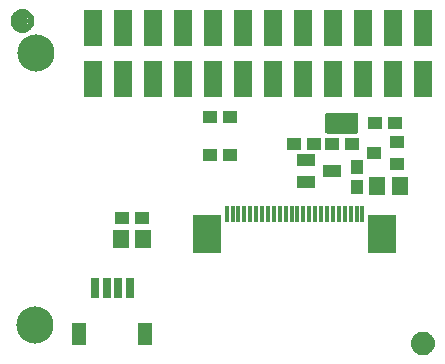
<source format=gbr>
G04 EAGLE Gerber RS-274X export*
G75*
%MOMM*%
%FSLAX34Y34*%
%LPD*%
%INSoldermask Bottom*%
%IPPOS*%
%AMOC8*
5,1,8,0,0,1.08239X$1,22.5*%
G01*
%ADD10C,3.149600*%
%ADD11R,1.501600X1.101600*%
%ADD12R,1.176600X1.101600*%
%ADD13R,1.101600X1.176600*%
%ADD14R,1.301600X1.101600*%
%ADD15R,1.625600X3.149600*%
%ADD16R,1.341600X1.601600*%
%ADD17R,0.701600X1.651600*%
%ADD18R,1.301600X1.901600*%
%ADD19C,1.101600*%
%ADD20C,0.500000*%
%ADD21R,0.381600X1.351600*%
%ADD22R,2.401600X3.201600*%

G36*
X241458Y173866D02*
X241458Y173866D01*
X241577Y173873D01*
X241615Y173886D01*
X241656Y173891D01*
X241766Y173934D01*
X241879Y173971D01*
X241914Y173993D01*
X241951Y174008D01*
X242047Y174078D01*
X242148Y174141D01*
X242176Y174171D01*
X242209Y174194D01*
X242285Y174286D01*
X242366Y174373D01*
X242386Y174408D01*
X242411Y174439D01*
X242462Y174547D01*
X242520Y174651D01*
X242530Y174691D01*
X242547Y174727D01*
X242569Y174844D01*
X242599Y174959D01*
X242603Y175020D01*
X242607Y175040D01*
X242605Y175060D01*
X242609Y175120D01*
X242609Y190360D01*
X242594Y190478D01*
X242587Y190597D01*
X242574Y190635D01*
X242569Y190676D01*
X242526Y190786D01*
X242489Y190899D01*
X242467Y190934D01*
X242452Y190971D01*
X242383Y191067D01*
X242319Y191168D01*
X242289Y191196D01*
X242266Y191229D01*
X242174Y191305D01*
X242087Y191386D01*
X242052Y191406D01*
X242021Y191431D01*
X241913Y191482D01*
X241809Y191540D01*
X241769Y191550D01*
X241733Y191567D01*
X241616Y191589D01*
X241501Y191619D01*
X241441Y191623D01*
X241421Y191627D01*
X241400Y191625D01*
X241340Y191629D01*
X215940Y191629D01*
X215822Y191614D01*
X215703Y191607D01*
X215665Y191594D01*
X215624Y191589D01*
X215514Y191546D01*
X215401Y191509D01*
X215366Y191487D01*
X215329Y191472D01*
X215233Y191403D01*
X215132Y191339D01*
X215104Y191309D01*
X215071Y191286D01*
X214996Y191194D01*
X214914Y191107D01*
X214894Y191072D01*
X214869Y191041D01*
X214818Y190933D01*
X214760Y190829D01*
X214750Y190789D01*
X214733Y190753D01*
X214711Y190636D01*
X214681Y190521D01*
X214677Y190461D01*
X214673Y190441D01*
X214674Y190434D01*
X214673Y190432D01*
X214674Y190416D01*
X214671Y190360D01*
X214671Y175120D01*
X214686Y175002D01*
X214693Y174883D01*
X214706Y174845D01*
X214711Y174804D01*
X214754Y174694D01*
X214791Y174581D01*
X214813Y174546D01*
X214828Y174509D01*
X214898Y174413D01*
X214961Y174312D01*
X214991Y174284D01*
X215014Y174251D01*
X215106Y174176D01*
X215193Y174094D01*
X215228Y174074D01*
X215259Y174049D01*
X215367Y173998D01*
X215471Y173940D01*
X215511Y173930D01*
X215547Y173913D01*
X215664Y173891D01*
X215779Y173861D01*
X215840Y173857D01*
X215860Y173853D01*
X215880Y173855D01*
X215940Y173851D01*
X241340Y173851D01*
X241458Y173866D01*
G37*
D10*
X-30440Y242430D03*
X-31000Y12000D03*
D11*
X220590Y142100D03*
X198590Y151600D03*
X198590Y132600D03*
D12*
X188390Y164960D03*
X205390Y164960D03*
D13*
X241340Y145520D03*
X241340Y128520D03*
D14*
X255470Y157340D03*
X275470Y147840D03*
X275470Y166840D03*
D12*
X256970Y182740D03*
X273970Y182740D03*
X237140Y164960D03*
X220140Y164960D03*
D15*
X17696Y220394D03*
X17696Y263574D03*
X43096Y220394D03*
X43096Y263574D03*
X68496Y263574D03*
X68496Y220394D03*
X93896Y263574D03*
X93896Y220394D03*
X119296Y263574D03*
X119296Y220394D03*
X144696Y263574D03*
X144696Y220394D03*
X170096Y263574D03*
X170096Y220394D03*
X195496Y263574D03*
X195496Y220394D03*
X220896Y263574D03*
X220896Y220394D03*
X246296Y263574D03*
X246296Y220394D03*
X271696Y263574D03*
X271696Y220394D03*
X297096Y263574D03*
X297096Y220394D03*
D12*
X134270Y187820D03*
X117270Y187820D03*
X134270Y156070D03*
X117270Y156070D03*
D16*
X60340Y84950D03*
X41340Y84950D03*
D17*
X39330Y42780D03*
X29330Y42780D03*
X49330Y42780D03*
X19330Y42780D03*
D18*
X62330Y3780D03*
X6330Y3780D03*
D16*
X258510Y129400D03*
X277510Y129400D03*
D12*
X59730Y102730D03*
X42730Y102730D03*
D19*
X297220Y-3950D03*
D20*
X304720Y-3950D02*
X304718Y-3769D01*
X304711Y-3588D01*
X304700Y-3407D01*
X304685Y-3226D01*
X304665Y-3046D01*
X304641Y-2866D01*
X304613Y-2687D01*
X304580Y-2509D01*
X304543Y-2332D01*
X304502Y-2155D01*
X304457Y-1980D01*
X304407Y-1805D01*
X304353Y-1632D01*
X304295Y-1461D01*
X304233Y-1290D01*
X304166Y-1122D01*
X304096Y-955D01*
X304022Y-789D01*
X303943Y-626D01*
X303861Y-465D01*
X303775Y-305D01*
X303685Y-148D01*
X303591Y7D01*
X303494Y160D01*
X303392Y310D01*
X303288Y458D01*
X303179Y604D01*
X303068Y746D01*
X302952Y886D01*
X302834Y1023D01*
X302712Y1158D01*
X302587Y1289D01*
X302459Y1417D01*
X302328Y1542D01*
X302193Y1664D01*
X302056Y1782D01*
X301916Y1898D01*
X301774Y2009D01*
X301628Y2118D01*
X301480Y2222D01*
X301330Y2324D01*
X301177Y2421D01*
X301022Y2515D01*
X300865Y2605D01*
X300705Y2691D01*
X300544Y2773D01*
X300381Y2852D01*
X300215Y2926D01*
X300048Y2996D01*
X299880Y3063D01*
X299709Y3125D01*
X299538Y3183D01*
X299365Y3237D01*
X299190Y3287D01*
X299015Y3332D01*
X298838Y3373D01*
X298661Y3410D01*
X298483Y3443D01*
X298304Y3471D01*
X298124Y3495D01*
X297944Y3515D01*
X297763Y3530D01*
X297582Y3541D01*
X297401Y3548D01*
X297220Y3550D01*
X297039Y3548D01*
X296858Y3541D01*
X296677Y3530D01*
X296496Y3515D01*
X296316Y3495D01*
X296136Y3471D01*
X295957Y3443D01*
X295779Y3410D01*
X295602Y3373D01*
X295425Y3332D01*
X295250Y3287D01*
X295075Y3237D01*
X294902Y3183D01*
X294731Y3125D01*
X294560Y3063D01*
X294392Y2996D01*
X294225Y2926D01*
X294059Y2852D01*
X293896Y2773D01*
X293735Y2691D01*
X293575Y2605D01*
X293418Y2515D01*
X293263Y2421D01*
X293110Y2324D01*
X292960Y2222D01*
X292812Y2118D01*
X292666Y2009D01*
X292524Y1898D01*
X292384Y1782D01*
X292247Y1664D01*
X292112Y1542D01*
X291981Y1417D01*
X291853Y1289D01*
X291728Y1158D01*
X291606Y1023D01*
X291488Y886D01*
X291372Y746D01*
X291261Y604D01*
X291152Y458D01*
X291048Y310D01*
X290946Y160D01*
X290849Y7D01*
X290755Y-148D01*
X290665Y-305D01*
X290579Y-465D01*
X290497Y-626D01*
X290418Y-789D01*
X290344Y-955D01*
X290274Y-1122D01*
X290207Y-1290D01*
X290145Y-1461D01*
X290087Y-1632D01*
X290033Y-1805D01*
X289983Y-1980D01*
X289938Y-2155D01*
X289897Y-2332D01*
X289860Y-2509D01*
X289827Y-2687D01*
X289799Y-2866D01*
X289775Y-3046D01*
X289755Y-3226D01*
X289740Y-3407D01*
X289729Y-3588D01*
X289722Y-3769D01*
X289720Y-3950D01*
X289722Y-4131D01*
X289729Y-4312D01*
X289740Y-4493D01*
X289755Y-4674D01*
X289775Y-4854D01*
X289799Y-5034D01*
X289827Y-5213D01*
X289860Y-5391D01*
X289897Y-5568D01*
X289938Y-5745D01*
X289983Y-5920D01*
X290033Y-6095D01*
X290087Y-6268D01*
X290145Y-6439D01*
X290207Y-6610D01*
X290274Y-6778D01*
X290344Y-6945D01*
X290418Y-7111D01*
X290497Y-7274D01*
X290579Y-7435D01*
X290665Y-7595D01*
X290755Y-7752D01*
X290849Y-7907D01*
X290946Y-8060D01*
X291048Y-8210D01*
X291152Y-8358D01*
X291261Y-8504D01*
X291372Y-8646D01*
X291488Y-8786D01*
X291606Y-8923D01*
X291728Y-9058D01*
X291853Y-9189D01*
X291981Y-9317D01*
X292112Y-9442D01*
X292247Y-9564D01*
X292384Y-9682D01*
X292524Y-9798D01*
X292666Y-9909D01*
X292812Y-10018D01*
X292960Y-10122D01*
X293110Y-10224D01*
X293263Y-10321D01*
X293418Y-10415D01*
X293575Y-10505D01*
X293735Y-10591D01*
X293896Y-10673D01*
X294059Y-10752D01*
X294225Y-10826D01*
X294392Y-10896D01*
X294560Y-10963D01*
X294731Y-11025D01*
X294902Y-11083D01*
X295075Y-11137D01*
X295250Y-11187D01*
X295425Y-11232D01*
X295602Y-11273D01*
X295779Y-11310D01*
X295957Y-11343D01*
X296136Y-11371D01*
X296316Y-11395D01*
X296496Y-11415D01*
X296677Y-11430D01*
X296858Y-11441D01*
X297039Y-11448D01*
X297220Y-11450D01*
X297401Y-11448D01*
X297582Y-11441D01*
X297763Y-11430D01*
X297944Y-11415D01*
X298124Y-11395D01*
X298304Y-11371D01*
X298483Y-11343D01*
X298661Y-11310D01*
X298838Y-11273D01*
X299015Y-11232D01*
X299190Y-11187D01*
X299365Y-11137D01*
X299538Y-11083D01*
X299709Y-11025D01*
X299880Y-10963D01*
X300048Y-10896D01*
X300215Y-10826D01*
X300381Y-10752D01*
X300544Y-10673D01*
X300705Y-10591D01*
X300865Y-10505D01*
X301022Y-10415D01*
X301177Y-10321D01*
X301330Y-10224D01*
X301480Y-10122D01*
X301628Y-10018D01*
X301774Y-9909D01*
X301916Y-9798D01*
X302056Y-9682D01*
X302193Y-9564D01*
X302328Y-9442D01*
X302459Y-9317D01*
X302587Y-9189D01*
X302712Y-9058D01*
X302834Y-8923D01*
X302952Y-8786D01*
X303068Y-8646D01*
X303179Y-8504D01*
X303288Y-8358D01*
X303392Y-8210D01*
X303494Y-8060D01*
X303591Y-7907D01*
X303685Y-7752D01*
X303775Y-7595D01*
X303861Y-7435D01*
X303943Y-7274D01*
X304022Y-7111D01*
X304096Y-6945D01*
X304166Y-6778D01*
X304233Y-6610D01*
X304295Y-6439D01*
X304353Y-6268D01*
X304407Y-6095D01*
X304457Y-5920D01*
X304502Y-5745D01*
X304543Y-5568D01*
X304580Y-5391D01*
X304613Y-5213D01*
X304641Y-5034D01*
X304665Y-4854D01*
X304685Y-4674D01*
X304700Y-4493D01*
X304711Y-4312D01*
X304718Y-4131D01*
X304720Y-3950D01*
D19*
X-41870Y269100D03*
D20*
X-34370Y269100D02*
X-34372Y269281D01*
X-34379Y269462D01*
X-34390Y269643D01*
X-34405Y269824D01*
X-34425Y270004D01*
X-34449Y270184D01*
X-34477Y270363D01*
X-34510Y270541D01*
X-34547Y270718D01*
X-34588Y270895D01*
X-34633Y271070D01*
X-34683Y271245D01*
X-34737Y271418D01*
X-34795Y271589D01*
X-34857Y271760D01*
X-34924Y271928D01*
X-34994Y272095D01*
X-35068Y272261D01*
X-35147Y272424D01*
X-35229Y272585D01*
X-35315Y272745D01*
X-35405Y272902D01*
X-35499Y273057D01*
X-35596Y273210D01*
X-35698Y273360D01*
X-35802Y273508D01*
X-35911Y273654D01*
X-36022Y273796D01*
X-36138Y273936D01*
X-36256Y274073D01*
X-36378Y274208D01*
X-36503Y274339D01*
X-36631Y274467D01*
X-36762Y274592D01*
X-36897Y274714D01*
X-37034Y274832D01*
X-37174Y274948D01*
X-37316Y275059D01*
X-37462Y275168D01*
X-37610Y275272D01*
X-37760Y275374D01*
X-37913Y275471D01*
X-38068Y275565D01*
X-38225Y275655D01*
X-38385Y275741D01*
X-38546Y275823D01*
X-38709Y275902D01*
X-38875Y275976D01*
X-39042Y276046D01*
X-39210Y276113D01*
X-39381Y276175D01*
X-39552Y276233D01*
X-39725Y276287D01*
X-39900Y276337D01*
X-40075Y276382D01*
X-40252Y276423D01*
X-40429Y276460D01*
X-40607Y276493D01*
X-40786Y276521D01*
X-40966Y276545D01*
X-41146Y276565D01*
X-41327Y276580D01*
X-41508Y276591D01*
X-41689Y276598D01*
X-41870Y276600D01*
X-42051Y276598D01*
X-42232Y276591D01*
X-42413Y276580D01*
X-42594Y276565D01*
X-42774Y276545D01*
X-42954Y276521D01*
X-43133Y276493D01*
X-43311Y276460D01*
X-43488Y276423D01*
X-43665Y276382D01*
X-43840Y276337D01*
X-44015Y276287D01*
X-44188Y276233D01*
X-44359Y276175D01*
X-44530Y276113D01*
X-44698Y276046D01*
X-44865Y275976D01*
X-45031Y275902D01*
X-45194Y275823D01*
X-45355Y275741D01*
X-45515Y275655D01*
X-45672Y275565D01*
X-45827Y275471D01*
X-45980Y275374D01*
X-46130Y275272D01*
X-46278Y275168D01*
X-46424Y275059D01*
X-46566Y274948D01*
X-46706Y274832D01*
X-46843Y274714D01*
X-46978Y274592D01*
X-47109Y274467D01*
X-47237Y274339D01*
X-47362Y274208D01*
X-47484Y274073D01*
X-47602Y273936D01*
X-47718Y273796D01*
X-47829Y273654D01*
X-47938Y273508D01*
X-48042Y273360D01*
X-48144Y273210D01*
X-48241Y273057D01*
X-48335Y272902D01*
X-48425Y272745D01*
X-48511Y272585D01*
X-48593Y272424D01*
X-48672Y272261D01*
X-48746Y272095D01*
X-48816Y271928D01*
X-48883Y271760D01*
X-48945Y271589D01*
X-49003Y271418D01*
X-49057Y271245D01*
X-49107Y271070D01*
X-49152Y270895D01*
X-49193Y270718D01*
X-49230Y270541D01*
X-49263Y270363D01*
X-49291Y270184D01*
X-49315Y270004D01*
X-49335Y269824D01*
X-49350Y269643D01*
X-49361Y269462D01*
X-49368Y269281D01*
X-49370Y269100D01*
X-49368Y268919D01*
X-49361Y268738D01*
X-49350Y268557D01*
X-49335Y268376D01*
X-49315Y268196D01*
X-49291Y268016D01*
X-49263Y267837D01*
X-49230Y267659D01*
X-49193Y267482D01*
X-49152Y267305D01*
X-49107Y267130D01*
X-49057Y266955D01*
X-49003Y266782D01*
X-48945Y266611D01*
X-48883Y266440D01*
X-48816Y266272D01*
X-48746Y266105D01*
X-48672Y265939D01*
X-48593Y265776D01*
X-48511Y265615D01*
X-48425Y265455D01*
X-48335Y265298D01*
X-48241Y265143D01*
X-48144Y264990D01*
X-48042Y264840D01*
X-47938Y264692D01*
X-47829Y264546D01*
X-47718Y264404D01*
X-47602Y264264D01*
X-47484Y264127D01*
X-47362Y263992D01*
X-47237Y263861D01*
X-47109Y263733D01*
X-46978Y263608D01*
X-46843Y263486D01*
X-46706Y263368D01*
X-46566Y263252D01*
X-46424Y263141D01*
X-46278Y263032D01*
X-46130Y262928D01*
X-45980Y262826D01*
X-45827Y262729D01*
X-45672Y262635D01*
X-45515Y262545D01*
X-45355Y262459D01*
X-45194Y262377D01*
X-45031Y262298D01*
X-44865Y262224D01*
X-44698Y262154D01*
X-44530Y262087D01*
X-44359Y262025D01*
X-44188Y261967D01*
X-44015Y261913D01*
X-43840Y261863D01*
X-43665Y261818D01*
X-43488Y261777D01*
X-43311Y261740D01*
X-43133Y261707D01*
X-42954Y261679D01*
X-42774Y261655D01*
X-42594Y261635D01*
X-42413Y261620D01*
X-42232Y261609D01*
X-42051Y261602D01*
X-41870Y261600D01*
X-41689Y261602D01*
X-41508Y261609D01*
X-41327Y261620D01*
X-41146Y261635D01*
X-40966Y261655D01*
X-40786Y261679D01*
X-40607Y261707D01*
X-40429Y261740D01*
X-40252Y261777D01*
X-40075Y261818D01*
X-39900Y261863D01*
X-39725Y261913D01*
X-39552Y261967D01*
X-39381Y262025D01*
X-39210Y262087D01*
X-39042Y262154D01*
X-38875Y262224D01*
X-38709Y262298D01*
X-38546Y262377D01*
X-38385Y262459D01*
X-38225Y262545D01*
X-38068Y262635D01*
X-37913Y262729D01*
X-37760Y262826D01*
X-37610Y262928D01*
X-37462Y263032D01*
X-37316Y263141D01*
X-37174Y263252D01*
X-37034Y263368D01*
X-36897Y263486D01*
X-36762Y263608D01*
X-36631Y263733D01*
X-36503Y263861D01*
X-36378Y263992D01*
X-36256Y264127D01*
X-36138Y264264D01*
X-36022Y264404D01*
X-35911Y264546D01*
X-35802Y264692D01*
X-35698Y264840D01*
X-35596Y264990D01*
X-35499Y265143D01*
X-35405Y265298D01*
X-35315Y265455D01*
X-35229Y265615D01*
X-35147Y265776D01*
X-35068Y265939D01*
X-34994Y266105D01*
X-34924Y266272D01*
X-34857Y266440D01*
X-34795Y266611D01*
X-34737Y266782D01*
X-34683Y266955D01*
X-34633Y267130D01*
X-34588Y267305D01*
X-34547Y267482D01*
X-34510Y267659D01*
X-34477Y267837D01*
X-34449Y268016D01*
X-34425Y268196D01*
X-34405Y268376D01*
X-34390Y268557D01*
X-34379Y268738D01*
X-34372Y268919D01*
X-34370Y269100D01*
D21*
X131005Y105700D03*
X136005Y105700D03*
X141005Y105700D03*
X146005Y105700D03*
X151005Y105700D03*
X156005Y105700D03*
X161005Y105700D03*
X166005Y105700D03*
X171005Y105700D03*
X176005Y105700D03*
X181005Y105700D03*
X186005Y105700D03*
X191005Y105700D03*
X196005Y105700D03*
X201005Y105700D03*
X206005Y105700D03*
X211005Y105700D03*
X216005Y105700D03*
X221005Y105700D03*
X226005Y105700D03*
X231005Y105700D03*
X236005Y105700D03*
X241005Y105700D03*
X246005Y105700D03*
D22*
X262705Y89140D03*
X114305Y89140D03*
M02*

</source>
